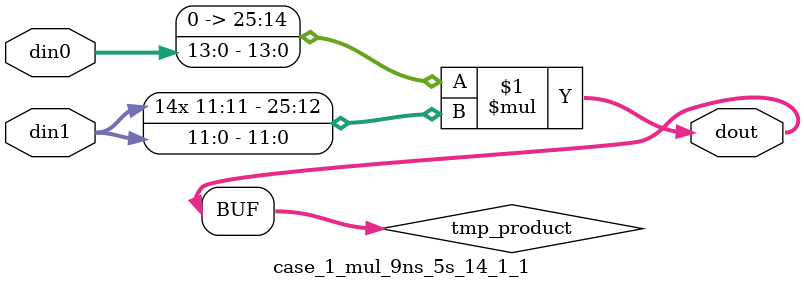
<source format=v>

`timescale 1 ns / 1 ps

 (* use_dsp = "no" *)  module case_1_mul_9ns_5s_14_1_1(din0, din1, dout);
parameter ID = 1;
parameter NUM_STAGE = 0;
parameter din0_WIDTH = 14;
parameter din1_WIDTH = 12;
parameter dout_WIDTH = 26;

input [din0_WIDTH - 1 : 0] din0; 
input [din1_WIDTH - 1 : 0] din1; 
output [dout_WIDTH - 1 : 0] dout;

wire signed [dout_WIDTH - 1 : 0] tmp_product;

























assign tmp_product = $signed({1'b0, din0}) * $signed(din1);










assign dout = tmp_product;





















endmodule

</source>
